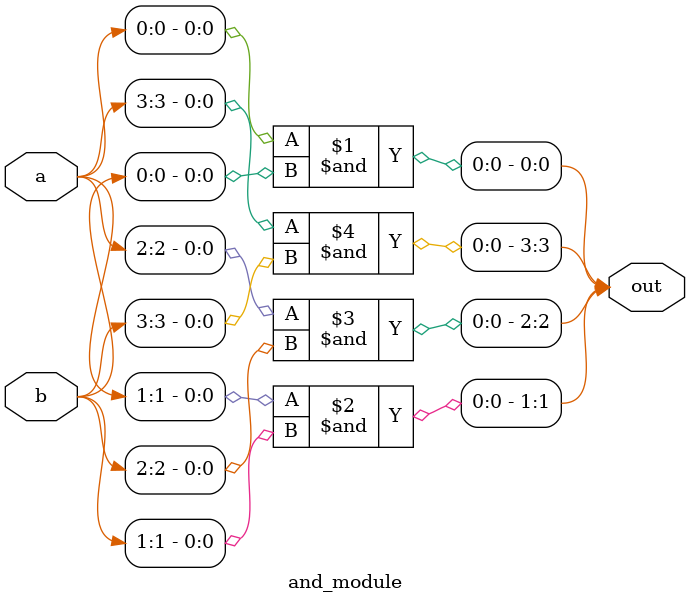
<source format=v>
module and_module #(parameter WIDTH = 4) (
    input [WIDTH-1:0] a,
    input [WIDTH-1:0] b,
    output [WIDTH-1:0] out
);
    genvar i;
    generate
        for (i = 0; i < WIDTH; i = i + 1) begin: and_gen
            and(out[i], a[i], b[i]);
        end
    endgenerate
endmodule
</source>
